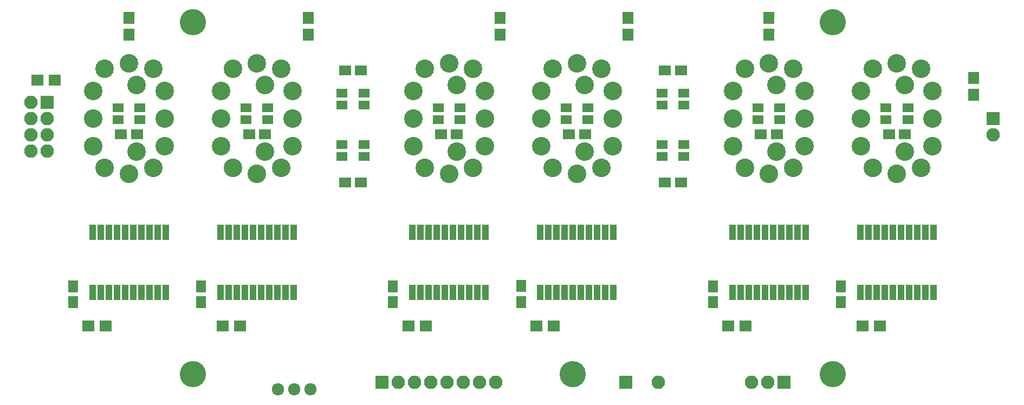
<source format=gts>
G04 #@! TF.FileFunction,Soldermask,Top*
%FSLAX46Y46*%
G04 Gerber Fmt 4.6, Leading zero omitted, Abs format (unit mm)*
G04 Created by KiCad (PCBNEW 4.0.6) date Sunday, June 18, 2017 'PMt' 07:47:11 PM*
%MOMM*%
%LPD*%
G01*
G04 APERTURE LIST*
%ADD10C,0.100000*%
%ADD11C,4.100000*%
%ADD12R,1.700000X1.900000*%
%ADD13C,2.900000*%
%ADD14R,1.000000X2.350000*%
%ADD15R,1.900000X1.700000*%
%ADD16R,1.650000X1.900000*%
%ADD17R,1.900000X1.650000*%
%ADD18C,1.924000*%
%ADD19R,2.100000X2.100000*%
%ADD20O,2.100000X2.100000*%
%ADD21R,1.800000X1.350000*%
G04 APERTURE END LIST*
D10*
D11*
X159360000Y-100000000D03*
D12*
X190000000Y-46950000D03*
X190000000Y-44250000D03*
D11*
X200000000Y-100000000D03*
X100000000Y-100000000D03*
X100000000Y-45000000D03*
D13*
X213786000Y-67762000D03*
X215588000Y-64318000D03*
X215588000Y-60000000D03*
X215588000Y-55682000D03*
X213786000Y-52238000D03*
X210000000Y-51364000D03*
X206214000Y-52238000D03*
X204412000Y-55682000D03*
X204412000Y-60000000D03*
X204412000Y-64318000D03*
X206214000Y-67762000D03*
X210000000Y-68636000D03*
X211200000Y-65197000D03*
X211200000Y-54803000D03*
D14*
X204285000Y-87200000D03*
X205555000Y-87200000D03*
X206825000Y-87200000D03*
X208095000Y-87200000D03*
X209365000Y-87200000D03*
X210635000Y-87200000D03*
X211905000Y-87200000D03*
X213175000Y-87200000D03*
X214445000Y-87200000D03*
X215715000Y-87200000D03*
X215715000Y-77800000D03*
X214445000Y-77800000D03*
X213175000Y-77800000D03*
X211905000Y-77800000D03*
X210635000Y-77800000D03*
X209365000Y-77800000D03*
X208095000Y-77800000D03*
X206825000Y-77800000D03*
X205555000Y-77800000D03*
X204285000Y-77800000D03*
X154285000Y-87200000D03*
X155555000Y-87200000D03*
X156825000Y-87200000D03*
X158095000Y-87200000D03*
X159365000Y-87200000D03*
X160635000Y-87200000D03*
X161905000Y-87200000D03*
X163175000Y-87200000D03*
X164445000Y-87200000D03*
X165715000Y-87200000D03*
X165715000Y-77800000D03*
X164445000Y-77800000D03*
X163175000Y-77800000D03*
X161905000Y-77800000D03*
X160635000Y-77800000D03*
X159365000Y-77800000D03*
X158095000Y-77800000D03*
X156825000Y-77800000D03*
X155555000Y-77800000D03*
X154285000Y-77800000D03*
D15*
X133650000Y-92500000D03*
X136350000Y-92500000D03*
D16*
X131250000Y-86250000D03*
X131250000Y-88750000D03*
D14*
X134285000Y-87200000D03*
X135555000Y-87200000D03*
X136825000Y-87200000D03*
X138095000Y-87200000D03*
X139365000Y-87200000D03*
X140635000Y-87200000D03*
X141905000Y-87200000D03*
X143175000Y-87200000D03*
X144445000Y-87200000D03*
X145715000Y-87200000D03*
X145715000Y-77800000D03*
X144445000Y-77800000D03*
X143175000Y-77800000D03*
X141905000Y-77800000D03*
X140635000Y-77800000D03*
X139365000Y-77800000D03*
X138095000Y-77800000D03*
X136825000Y-77800000D03*
X135555000Y-77800000D03*
X134285000Y-77800000D03*
X184285000Y-87200000D03*
X185555000Y-87200000D03*
X186825000Y-87200000D03*
X188095000Y-87200000D03*
X189365000Y-87200000D03*
X190635000Y-87200000D03*
X191905000Y-87200000D03*
X193175000Y-87200000D03*
X194445000Y-87200000D03*
X195715000Y-87200000D03*
X195715000Y-77800000D03*
X194445000Y-77800000D03*
X193175000Y-77800000D03*
X191905000Y-77800000D03*
X190635000Y-77800000D03*
X189365000Y-77800000D03*
X188095000Y-77800000D03*
X186825000Y-77800000D03*
X185555000Y-77800000D03*
X184285000Y-77800000D03*
D13*
X143786000Y-67762000D03*
X145588000Y-64318000D03*
X145588000Y-60000000D03*
X145588000Y-55682000D03*
X143786000Y-52238000D03*
X140000000Y-51364000D03*
X136214000Y-52238000D03*
X134412000Y-55682000D03*
X134412000Y-60000000D03*
X134412000Y-64318000D03*
X136214000Y-67762000D03*
X140000000Y-68636000D03*
X141200000Y-65197000D03*
X141200000Y-54803000D03*
D16*
X81250000Y-86250000D03*
X81250000Y-88750000D03*
X101250000Y-86250000D03*
X101250000Y-88750000D03*
X151250000Y-86222928D03*
X151250000Y-88722928D03*
X181250000Y-86250000D03*
X181250000Y-88750000D03*
X201250000Y-86250000D03*
X201250000Y-88750000D03*
D17*
X91250000Y-62500000D03*
X88750000Y-62500000D03*
X111250000Y-62500000D03*
X108750000Y-62500000D03*
X126250000Y-52500000D03*
X123750000Y-52500000D03*
X126250000Y-70000000D03*
X123750000Y-70000000D03*
X141250000Y-62500000D03*
X138750000Y-62500000D03*
X161250000Y-62500000D03*
X158750000Y-62500000D03*
X176250000Y-52500000D03*
X173750000Y-52500000D03*
X176250000Y-70000000D03*
X173750000Y-70000000D03*
X191250000Y-62500000D03*
X188750000Y-62500000D03*
X211250000Y-62500000D03*
X208750000Y-62500000D03*
D13*
X93786000Y-67762000D03*
X95588000Y-64318000D03*
X95588000Y-60000000D03*
X95588000Y-55682000D03*
X93786000Y-52238000D03*
X90000000Y-51364000D03*
X86214000Y-52238000D03*
X84412000Y-55682000D03*
X84412000Y-60000000D03*
X84412000Y-64318000D03*
X86214000Y-67762000D03*
X90000000Y-68636000D03*
X91200000Y-65197000D03*
X91200000Y-54803000D03*
X113786000Y-67762000D03*
X115588000Y-64318000D03*
X115588000Y-60000000D03*
X115588000Y-55682000D03*
X113786000Y-52238000D03*
X110000000Y-51364000D03*
X106214000Y-52238000D03*
X104412000Y-55682000D03*
X104412000Y-60000000D03*
X104412000Y-64318000D03*
X106214000Y-67762000D03*
X110000000Y-68636000D03*
X111200000Y-65197000D03*
X111200000Y-54803000D03*
X163786000Y-67762000D03*
X165588000Y-64318000D03*
X165588000Y-60000000D03*
X165588000Y-55682000D03*
X163786000Y-52238000D03*
X160000000Y-51364000D03*
X156214000Y-52238000D03*
X154412000Y-55682000D03*
X154412000Y-60000000D03*
X154412000Y-64318000D03*
X156214000Y-67762000D03*
X160000000Y-68636000D03*
X161200000Y-65197000D03*
X161200000Y-54803000D03*
X193786000Y-67762000D03*
X195588000Y-64318000D03*
X195588000Y-60000000D03*
X195588000Y-55682000D03*
X193786000Y-52238000D03*
X190000000Y-51364000D03*
X186214000Y-52238000D03*
X184412000Y-55682000D03*
X184412000Y-60000000D03*
X184412000Y-64318000D03*
X186214000Y-67762000D03*
X190000000Y-68636000D03*
X191200000Y-65197000D03*
X191200000Y-54803000D03*
D15*
X83650000Y-92500000D03*
X86350000Y-92500000D03*
X104650000Y-92500000D03*
X107350000Y-92500000D03*
X153650000Y-92472928D03*
X156350000Y-92472928D03*
X183650000Y-92500000D03*
X186350000Y-92500000D03*
X204650000Y-92500000D03*
X207350000Y-92500000D03*
X78350000Y-54000000D03*
X75650000Y-54000000D03*
D12*
X90000000Y-46950000D03*
X90000000Y-44250000D03*
X148000000Y-46950000D03*
X148000000Y-44250000D03*
X118000000Y-46950000D03*
X118000000Y-44250000D03*
X168000000Y-46950000D03*
X168000000Y-44250000D03*
X222000000Y-56350000D03*
X222000000Y-53650000D03*
D14*
X84285000Y-87200000D03*
X85555000Y-87200000D03*
X86825000Y-87200000D03*
X88095000Y-87200000D03*
X89365000Y-87200000D03*
X90635000Y-87200000D03*
X91905000Y-87200000D03*
X93175000Y-87200000D03*
X94445000Y-87200000D03*
X95715000Y-87200000D03*
X95715000Y-77800000D03*
X94445000Y-77800000D03*
X93175000Y-77800000D03*
X91905000Y-77800000D03*
X90635000Y-77800000D03*
X89365000Y-77800000D03*
X88095000Y-77800000D03*
X86825000Y-77800000D03*
X85555000Y-77800000D03*
X84285000Y-77800000D03*
X104285000Y-87200000D03*
X105555000Y-87200000D03*
X106825000Y-87200000D03*
X108095000Y-87200000D03*
X109365000Y-87200000D03*
X110635000Y-87200000D03*
X111905000Y-87200000D03*
X113175000Y-87200000D03*
X114445000Y-87200000D03*
X115715000Y-87200000D03*
X115715000Y-77800000D03*
X114445000Y-77800000D03*
X113175000Y-77800000D03*
X111905000Y-77800000D03*
X110635000Y-77800000D03*
X109365000Y-77800000D03*
X108095000Y-77800000D03*
X106825000Y-77800000D03*
X105555000Y-77800000D03*
X104285000Y-77800000D03*
D18*
X118340000Y-102350000D03*
X115800000Y-102350000D03*
X113260000Y-102350000D03*
D19*
X129540000Y-101270000D03*
D20*
X132080000Y-101270000D03*
X134620000Y-101270000D03*
X137160000Y-101270000D03*
X139700000Y-101270000D03*
X142240000Y-101270000D03*
X144780000Y-101270000D03*
X147320000Y-101270000D03*
D19*
X192380000Y-101270000D03*
D20*
X189840000Y-101270000D03*
X187300000Y-101270000D03*
D11*
X200000000Y-45000000D03*
D19*
X77240000Y-57460000D03*
D20*
X74700000Y-57460000D03*
X77240000Y-60000000D03*
X74700000Y-60000000D03*
X77240000Y-62540000D03*
X74700000Y-62540000D03*
X77240000Y-65080000D03*
X74700000Y-65080000D03*
D19*
X225000000Y-60000000D03*
D20*
X225000000Y-62540000D03*
D19*
X167615000Y-101270000D03*
D20*
X172695000Y-101270000D03*
D21*
X176700000Y-65925000D03*
X176700000Y-64075000D03*
X173300000Y-64075000D03*
X173300000Y-65925000D03*
X176700000Y-57925000D03*
X176700000Y-56075000D03*
X173300000Y-56075000D03*
X173300000Y-57925000D03*
X126700000Y-65925000D03*
X126700000Y-64075000D03*
X123300000Y-64075000D03*
X123300000Y-65925000D03*
X126700000Y-57925000D03*
X126700000Y-56075000D03*
X123300000Y-56075000D03*
X123300000Y-57925000D03*
X211700000Y-60175000D03*
X211700000Y-58325000D03*
X208300000Y-58325000D03*
X208300000Y-60175000D03*
X191700000Y-60175000D03*
X191700000Y-58325000D03*
X188300000Y-58325000D03*
X188300000Y-60175000D03*
X161700000Y-60175000D03*
X161700000Y-58325000D03*
X158300000Y-58325000D03*
X158300000Y-60175000D03*
X141700000Y-60175000D03*
X141700000Y-58325000D03*
X138300000Y-58325000D03*
X138300000Y-60175000D03*
X111700000Y-60175000D03*
X111700000Y-58325000D03*
X108300000Y-58325000D03*
X108300000Y-60175000D03*
X91700000Y-60175000D03*
X91700000Y-58325000D03*
X88300000Y-58325000D03*
X88300000Y-60175000D03*
M02*

</source>
